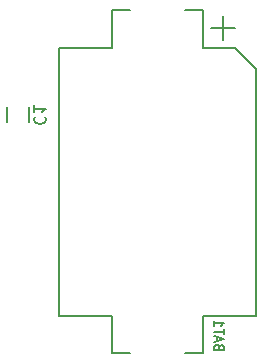
<source format=gbr>
G04 #@! TF.GenerationSoftware,KiCad,Pcbnew,(5.99.0-1365-gd87daebb2)*
G04 #@! TF.CreationDate,2020-04-24T16:17:58+02:00*
G04 #@! TF.ProjectId,LORA_ATTINY_v3,4c4f5241-5f41-4545-9449-4e595f76332e,rev?*
G04 #@! TF.SameCoordinates,Original*
G04 #@! TF.FileFunction,Legend,Bot*
G04 #@! TF.FilePolarity,Positive*
%FSLAX46Y46*%
G04 Gerber Fmt 4.6, Leading zero omitted, Abs format (unit mm)*
G04 Created by KiCad (PCBNEW (5.99.0-1365-gd87daebb2)) date 2020-04-24 16:17:58*
%MOMM*%
%LPD*%
G01*
G04 APERTURE LIST*
%ADD10C,0.150000*%
%ADD11O,1.802000X1.802000*%
G04 APERTURE END LIST*
X108088180Y-43844152D02*
X108802466Y-43844152D01*
X108945323Y-43796533D01*
X109040561Y-43701295D01*
X109088180Y-43558438D01*
X109088180Y-43463200D01*
X109088180Y-44796533D02*
X109088180Y-44320342D01*
X108088180Y-44320342D01*
X108992942Y-45701295D02*
X109040561Y-45653676D01*
X109088180Y-45510819D01*
X109088180Y-45415580D01*
X109040561Y-45272723D01*
X108945323Y-45177485D01*
X108850085Y-45129866D01*
X108659609Y-45082247D01*
X108516752Y-45082247D01*
X108326276Y-45129866D01*
X108231038Y-45177485D01*
X108135800Y-45272723D01*
X108088180Y-45415580D01*
X108088180Y-45510819D01*
X108135800Y-45653676D01*
X108183419Y-45701295D01*
X108088180Y-46415580D02*
X108802466Y-46415580D01*
X108945323Y-46367961D01*
X109040561Y-46272723D01*
X109088180Y-46129866D01*
X109088180Y-46034628D01*
X109088180Y-47367961D02*
X109088180Y-46891771D01*
X108088180Y-46891771D01*
X108992942Y-48272723D02*
X109040561Y-48225104D01*
X109088180Y-48082247D01*
X109088180Y-47987009D01*
X109040561Y-47844152D01*
X108945323Y-47748914D01*
X108850085Y-47701295D01*
X108659609Y-47653676D01*
X108516752Y-47653676D01*
X108326276Y-47701295D01*
X108231038Y-47748914D01*
X108135800Y-47844152D01*
X108088180Y-47987009D01*
X108088180Y-48082247D01*
X108135800Y-48225104D01*
X108183419Y-48272723D01*
X108088180Y-48987009D02*
X108802466Y-48987009D01*
X108945323Y-48939390D01*
X109040561Y-48844152D01*
X109088180Y-48701295D01*
X109088180Y-48606057D01*
X109088180Y-49939390D02*
X109088180Y-49463200D01*
X108088180Y-49463200D01*
X108992942Y-50844152D02*
X109040561Y-50796533D01*
X109088180Y-50653676D01*
X109088180Y-50558438D01*
X109040561Y-50415580D01*
X108945323Y-50320342D01*
X108850085Y-50272723D01*
X108659609Y-50225104D01*
X108516752Y-50225104D01*
X108326276Y-50272723D01*
X108231038Y-50320342D01*
X108135800Y-50415580D01*
X108088180Y-50558438D01*
X108088180Y-50653676D01*
X108135800Y-50796533D01*
X108183419Y-50844152D01*
X108088180Y-51558438D02*
X108802466Y-51558438D01*
X108945323Y-51510819D01*
X109040561Y-51415580D01*
X109088180Y-51272723D01*
X109088180Y-51177485D01*
X109088180Y-52510819D02*
X109088180Y-52034628D01*
X108088180Y-52034628D01*
X108992942Y-53415580D02*
X109040561Y-53367961D01*
X109088180Y-53225104D01*
X109088180Y-53129866D01*
X109040561Y-52987009D01*
X108945323Y-52891771D01*
X108850085Y-52844152D01*
X108659609Y-52796533D01*
X108516752Y-52796533D01*
X108326276Y-52844152D01*
X108231038Y-52891771D01*
X108135800Y-52987009D01*
X108088180Y-53129866D01*
X108088180Y-53225104D01*
X108135800Y-53367961D01*
X108183419Y-53415580D01*
X94014028Y-61388628D02*
X94014028Y-60531485D01*
X92514028Y-60960057D02*
X94014028Y-60960057D01*
X92514028Y-60031485D02*
X93514028Y-60031485D01*
X94014028Y-60031485D02*
X93942600Y-60102914D01*
X93871171Y-60031485D01*
X93942600Y-59960057D01*
X94014028Y-60031485D01*
X93871171Y-60031485D01*
X93514028Y-59317200D02*
X92514028Y-59317200D01*
X93371171Y-59317200D02*
X93442600Y-59245771D01*
X93514028Y-59102914D01*
X93514028Y-58888628D01*
X93442600Y-58745771D01*
X93299742Y-58674342D01*
X92514028Y-58674342D01*
X93514028Y-58102914D02*
X92514028Y-57745771D01*
X93514028Y-57388628D02*
X92514028Y-57745771D01*
X92156885Y-57888628D01*
X92085457Y-57960057D01*
X92014028Y-58102914D01*
X92514028Y-56102914D02*
X92514028Y-56817200D01*
X94014028Y-56817200D01*
X92514028Y-55388628D02*
X92585457Y-55531485D01*
X92656885Y-55602914D01*
X92799742Y-55674342D01*
X93228314Y-55674342D01*
X93371171Y-55602914D01*
X93442600Y-55531485D01*
X93514028Y-55388628D01*
X93514028Y-55174342D01*
X93442600Y-55031485D01*
X93371171Y-54960057D01*
X93228314Y-54888628D01*
X92799742Y-54888628D01*
X92656885Y-54960057D01*
X92585457Y-55031485D01*
X92514028Y-55174342D01*
X92514028Y-55388628D01*
X92514028Y-54245771D02*
X93514028Y-54245771D01*
X93228314Y-54245771D02*
X93371171Y-54174342D01*
X93442600Y-54102914D01*
X93514028Y-53960057D01*
X93514028Y-53817200D01*
X92514028Y-52674342D02*
X93299742Y-52674342D01*
X93442600Y-52745771D01*
X93514028Y-52888628D01*
X93514028Y-53174342D01*
X93442600Y-53317200D01*
X92585457Y-52674342D02*
X92514028Y-52817200D01*
X92514028Y-53174342D01*
X92585457Y-53317200D01*
X92728314Y-53388628D01*
X92871171Y-53388628D01*
X93014028Y-53317200D01*
X93085457Y-53174342D01*
X93085457Y-52817200D01*
X93156885Y-52674342D01*
X93514028Y-50960057D02*
X92514028Y-50602914D01*
X93514028Y-50245771D01*
X94014028Y-49817200D02*
X94014028Y-48888628D01*
X93442600Y-49388628D01*
X93442600Y-49174342D01*
X93371171Y-49031485D01*
X93299742Y-48960057D01*
X93156885Y-48888628D01*
X92799742Y-48888628D01*
X92656885Y-48960057D01*
X92585457Y-49031485D01*
X92514028Y-49174342D01*
X92514028Y-49602914D01*
X92585457Y-49745771D01*
X92656885Y-49817200D01*
D10*
X106593000Y-58721000D02*
X106593000Y-61921000D01*
X106593000Y-61921000D02*
X105043000Y-61921000D01*
X111093000Y-58721000D02*
X106593000Y-58721000D01*
X111093000Y-58721000D02*
X111093000Y-37821000D01*
X109293000Y-36021000D02*
X106593000Y-36021000D01*
X111093000Y-37821000D02*
X109293000Y-36021000D01*
X106593000Y-36021000D02*
X106593000Y-32821000D01*
X106593000Y-32821000D02*
X105043000Y-32821000D01*
X98893000Y-36021000D02*
X98893000Y-32821000D01*
X98893000Y-32821000D02*
X100443000Y-32821000D01*
X98893000Y-58721000D02*
X98893000Y-61921000D01*
X98893000Y-61921000D02*
X100443000Y-61921000D01*
X94393000Y-36021000D02*
X94393000Y-58721000D01*
X94393000Y-36021000D02*
X98893000Y-36021000D01*
X94393000Y-58721000D02*
X98893000Y-58721000D01*
X107270800Y-34396680D02*
X109270800Y-34396680D01*
X108290360Y-35385760D02*
X108290360Y-33385760D01*
X90022000Y-41090436D02*
X90022000Y-42294564D01*
X91842000Y-41090436D02*
X91842000Y-42294564D01*
X107981742Y-61398028D02*
X107943647Y-61283742D01*
X107905552Y-61245647D01*
X107829361Y-61207552D01*
X107715076Y-61207552D01*
X107638885Y-61245647D01*
X107600790Y-61283742D01*
X107562695Y-61359933D01*
X107562695Y-61664695D01*
X108362695Y-61664695D01*
X108362695Y-61398028D01*
X108324600Y-61321838D01*
X108286504Y-61283742D01*
X108210314Y-61245647D01*
X108134123Y-61245647D01*
X108057933Y-61283742D01*
X108019838Y-61321838D01*
X107981742Y-61398028D01*
X107981742Y-61664695D01*
X107791266Y-60902790D02*
X107791266Y-60521838D01*
X107562695Y-60978980D02*
X108362695Y-60712314D01*
X107562695Y-60445647D01*
X108362695Y-60293266D02*
X108362695Y-59836123D01*
X107562695Y-60064695D02*
X108362695Y-60064695D01*
X107562695Y-59150409D02*
X107562695Y-59607552D01*
X107562695Y-59378980D02*
X108362695Y-59378980D01*
X108248409Y-59455171D01*
X108172219Y-59531361D01*
X108134123Y-59607552D01*
X92394857Y-41859166D02*
X92347238Y-41906785D01*
X92299619Y-42049642D01*
X92299619Y-42144880D01*
X92347238Y-42287738D01*
X92442476Y-42382976D01*
X92537714Y-42430595D01*
X92728190Y-42478214D01*
X92871047Y-42478214D01*
X93061523Y-42430595D01*
X93156761Y-42382976D01*
X93252000Y-42287738D01*
X93299619Y-42144880D01*
X93299619Y-42049642D01*
X93252000Y-41906785D01*
X93204380Y-41859166D01*
X92299619Y-40906785D02*
X92299619Y-41478214D01*
X92299619Y-41192500D02*
X93299619Y-41192500D01*
X93156761Y-41287738D01*
X93061523Y-41382976D01*
X93013904Y-41478214D01*
%LPC*%
D11*
X104394000Y-66802000D03*
X106934000Y-66802000D03*
X109474000Y-66802000D03*
G36*
G01*
X111164000Y-65901000D02*
X112864000Y-65901000D01*
G75*
G02*
X112915000Y-65952000I0J-51000D01*
G01*
X112915000Y-67652000D01*
G75*
G02*
X112864000Y-67703000I-51000J0D01*
G01*
X111164000Y-67703000D01*
G75*
G02*
X111113000Y-67652000I0J51000D01*
G01*
X111113000Y-65952000D01*
G75*
G02*
X111164000Y-65901000I51000J0D01*
G01*
G37*
X90805000Y-66802000D03*
X90805000Y-64262000D03*
X90805000Y-61722000D03*
X90805000Y-59182000D03*
X90805000Y-56642000D03*
X90805000Y-54102000D03*
X90805000Y-51562000D03*
X90805000Y-49022000D03*
G36*
G01*
X89904000Y-47332000D02*
X89904000Y-45632000D01*
G75*
G02*
X89955000Y-45581000I51000J0D01*
G01*
X91655000Y-45581000D01*
G75*
G02*
X91706000Y-45632000I0J-51000D01*
G01*
X91706000Y-47332000D01*
G75*
G02*
X91655000Y-47383000I-51000J0D01*
G01*
X89955000Y-47383000D01*
G75*
G02*
X89904000Y-47332000I0J51000D01*
G01*
G37*
G36*
G01*
X104543000Y-38526000D02*
X100943000Y-38526000D01*
G75*
G02*
X100892000Y-38475000I0J51000D01*
G01*
X100892000Y-31375000D01*
G75*
G02*
X100943000Y-31324000I51000J0D01*
G01*
X104543000Y-31324000D01*
G75*
G02*
X104594000Y-31375000I0J-51000D01*
G01*
X104594000Y-38475000D01*
G75*
G02*
X104543000Y-38526000I-51000J0D01*
G01*
G37*
G36*
G01*
X104543000Y-63418000D02*
X100943000Y-63418000D01*
G75*
G02*
X100892000Y-63367000I0J51000D01*
G01*
X100892000Y-56267000D01*
G75*
G02*
X100943000Y-56216000I51000J0D01*
G01*
X104543000Y-56216000D01*
G75*
G02*
X104594000Y-56267000I0J-51000D01*
G01*
X104594000Y-63367000D01*
G75*
G02*
X104543000Y-63418000I-51000J0D01*
G01*
G37*
X100584000Y-64262000D03*
X100584000Y-66802000D03*
X98044000Y-64262000D03*
X98044000Y-66802000D03*
X95504000Y-64262000D03*
G36*
G01*
X96354000Y-67703000D02*
X94654000Y-67703000D01*
G75*
G02*
X94603000Y-67652000I0J51000D01*
G01*
X94603000Y-65952000D01*
G75*
G02*
X94654000Y-65901000I51000J0D01*
G01*
X96354000Y-65901000D01*
G75*
G02*
X96405000Y-65952000I0J-51000D01*
G01*
X96405000Y-67652000D01*
G75*
G02*
X96354000Y-67703000I-51000J0D01*
G01*
G37*
G36*
G01*
X90273894Y-42416500D02*
X91590106Y-42416500D01*
G75*
G02*
X91858000Y-42684394I0J-267894D01*
G01*
X91858000Y-43675606D01*
G75*
G02*
X91590106Y-43943500I-267894J0D01*
G01*
X90273894Y-43943500D01*
G75*
G02*
X90006000Y-43675606I0J267894D01*
G01*
X90006000Y-42684394D01*
G75*
G02*
X90273894Y-42416500I267894J0D01*
G01*
G37*
G36*
G01*
X90273894Y-39441500D02*
X91590106Y-39441500D01*
G75*
G02*
X91858000Y-39709394I0J-267894D01*
G01*
X91858000Y-40700606D01*
G75*
G02*
X91590106Y-40968500I-267894J0D01*
G01*
X90273894Y-40968500D01*
G75*
G02*
X90006000Y-40700606I0J267894D01*
G01*
X90006000Y-39709394D01*
G75*
G02*
X90273894Y-39441500I267894J0D01*
G01*
G37*
G36*
G01*
X88764399Y-34051000D02*
X90864401Y-34051000D01*
G75*
G02*
X90915400Y-34101999I0J-50999D01*
G01*
X90915400Y-35302001D01*
G75*
G02*
X90864401Y-35353000I-50999J0D01*
G01*
X88764399Y-35353000D01*
G75*
G02*
X88713400Y-35302001I0J50999D01*
G01*
X88713400Y-34101999D01*
G75*
G02*
X88764399Y-34051000I50999J0D01*
G01*
G37*
G36*
G01*
X88705000Y-36801000D02*
X92905000Y-36801000D01*
G75*
G02*
X92956000Y-36852000I0J-51000D01*
G01*
X92956000Y-38202000D01*
G75*
G02*
X92905000Y-38253000I-51000J0D01*
G01*
X88705000Y-38253000D01*
G75*
G02*
X88654000Y-38202000I0J51000D01*
G01*
X88654000Y-36852000D01*
G75*
G02*
X88705000Y-36801000I51000J0D01*
G01*
G37*
G36*
G01*
X88705000Y-31151000D02*
X92905000Y-31151000D01*
G75*
G02*
X92956000Y-31202000I0J-51000D01*
G01*
X92956000Y-32552000D01*
G75*
G02*
X92905000Y-32603000I-51000J0D01*
G01*
X88705000Y-32603000D01*
G75*
G02*
X88654000Y-32552000I0J51000D01*
G01*
X88654000Y-31202000D01*
G75*
G02*
X88705000Y-31151000I51000J0D01*
G01*
G37*
M02*

</source>
